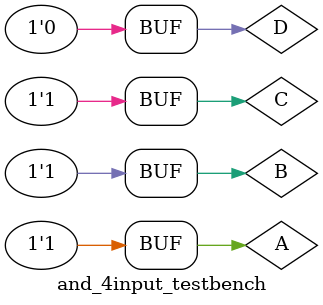
<source format=v>
/* testbench for 5bit AND_3INPUT gate */
`define DELAY 20
module and_4input_testbench();
reg   A, B,C,D;
wire  S;

and_4input call(S,A,B,C,D);

initial begin

A=1'b1; B=1'b1; C=1'b1; D=1'b0;
#`DELAY;

end

 
initial
begin
$monitor("time = %2d, A =%1b, B=%1b, C =%1b, D=%1b,RESULT=%1b", $time, A, B,C,D, S);
end
endmodule
</source>
